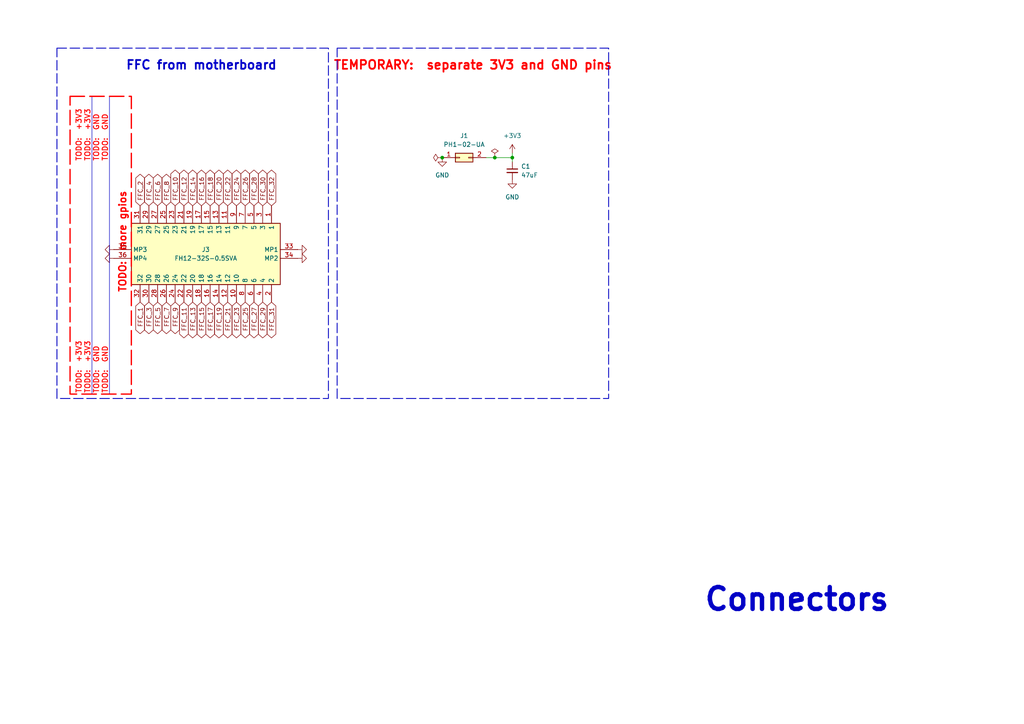
<source format=kicad_sch>
(kicad_sch (version 20231120) (generator "eeschema") (generator_version "8.0")
  (paper "A4")
  (lib_symbols
    (symbol "Connector_Generic:Conn_02x01" (pin_names (offset 1.016) hide)
      (property "Reference" "J" (at 1.27 2.54 0))
      (property "Value" "Conn_02x01" (at 1.27 -2.54 0))
      (symbol "Conn_02x01_1_1"
        (rectangle (start -1.27 0.127) (end 0 -0.127) (stroke (width 0.1524)))
        (rectangle (start -1.27 1.27) (end 3.81 -1.27) (stroke (width 0.254)) (fill (type background)))
        (rectangle (start 3.81 0.127) (end 2.54 -0.127) (stroke (width 0.1524)))
        (pin passive line (at -5.08 0 0) (length 3.81) (name "Pin_1") (number "1"))
        (pin passive line (at 7.62 0 180) (length 3.81) (name "Pin_2") (number "2"))
      )
    )
    (symbol "Device:C_Small" (pin_numbers hide) (pin_names (offset 0.254) hide)
      (property "Reference" "C" (at 0.254 1.778 0))
      (property "Value" "C_Small" (at 0.254 -2.032 0))
      (symbol "C_Small_0_1"
        (polyline (pts (xy -1.524 -0.508) (xy 1.524 -0.508)) (stroke (width 0.3302)))
        (polyline (pts (xy -1.524 0.508) (xy 1.524 0.508)) (stroke (width 0.3048)))
      )
      (symbol "C_Small_1_1"
        (pin passive line (at 0 2.54 270) (length 2.032) (name "~") (number "1"))
        (pin passive line (at 0 -2.54 90) (length 2.032) (name "~") (number "2"))
      )
    )
    (symbol "FH12-32S-0.5SVA:FH12-32S-0.5SVA_54_"
      (property "Reference" "J" (at 49.53 12.7 0))
      (property "Value" "FH12-32S-0.5SVA" (at 49.53 10.16 0))
      (symbol "FH12-32S-0.5SVA_54__1_1"
        (rectangle (start 5.08 7.62) (end 48.26 -10.16) (stroke (width 0.254)) (fill (type background)))
        (pin passive line (at 45.72 12.7 270) (length 5.08) (name "1") (number "1"))
        (pin passive line (at 35.56 -15.24 90) (length 5.08) (name "10") (number "10"))
        (pin passive line (at 33.02 12.7 270) (length 5.08) (name "11") (number "11"))
        (pin passive line (at 33.02 -15.24 90) (length 5.08) (name "12") (number "12"))
        (pin passive line (at 30.48 12.7 270) (length 5.08) (name "13") (number "13"))
        (pin passive line (at 30.48 -15.24 90) (length 5.08) (name "14") (number "14"))
        (pin passive line (at 27.94 12.7 270) (length 5.08) (name "15") (number "15"))
        (pin passive line (at 27.94 -15.24 90) (length 5.08) (name "16") (number "16"))
        (pin passive line (at 25.4 12.7 270) (length 5.08) (name "17") (number "17"))
        (pin passive line (at 25.4 -15.24 90) (length 5.08) (name "18") (number "18"))
        (pin passive line (at 22.86 12.7 270) (length 5.08) (name "19") (number "19"))
        (pin passive line (at 45.72 -15.24 90) (length 5.08) (name "2") (number "2"))
        (pin passive line (at 22.86 -15.24 90) (length 5.08) (name "20") (number "20"))
        (pin passive line (at 20.32 12.7 270) (length 5.08) (name "21") (number "21"))
        (pin passive line (at 20.32 -15.24 90) (length 5.08) (name "22") (number "22"))
        (pin passive line (at 17.78 12.7 270) (length 5.08) (name "23") (number "23"))
        (pin passive line (at 17.78 -15.24 90) (length 5.08) (name "24") (number "24"))
        (pin passive line (at 15.24 12.7 270) (length 5.08) (name "25") (number "25"))
        (pin passive line (at 15.24 -15.24 90) (length 5.08) (name "26") (number "26"))
        (pin passive line (at 12.7 12.7 270) (length 5.08) (name "27") (number "27"))
        (pin passive line (at 12.7 -15.24 90) (length 5.08) (name "28") (number "28"))
        (pin passive line (at 10.16 12.7 270) (length 5.08) (name "29") (number "29"))
        (pin passive line (at 43.18 12.7 270) (length 5.08) (name "3") (number "3"))
        (pin passive line (at 10.16 -15.24 90) (length 5.08) (name "30") (number "30"))
        (pin passive line (at 7.62 12.7 270) (length 5.08) (name "31") (number "31"))
        (pin passive line (at 7.62 -15.24 90) (length 5.08) (name "32") (number "32"))
        (pin passive line (at 53.34 0 180) (length 5.08) (name "MP1") (number "33"))
        (pin passive line (at 53.34 -2.54 180) (length 5.08) (name "MP2") (number "34"))
        (pin passive line (at 0 0 0) (length 5.08) (name "MP3") (number "35"))
        (pin passive line (at 0 -2.54 0) (length 5.08) (name "MP4") (number "36"))
        (pin passive line (at 43.18 -15.24 90) (length 5.08) (name "4") (number "4"))
        (pin passive line (at 40.64 12.7 270) (length 5.08) (name "5") (number "5"))
        (pin passive line (at 40.64 -15.24 90) (length 5.08) (name "6") (number "6"))
        (pin passive line (at 38.1 12.7 270) (length 5.08) (name "7") (number "7"))
        (pin passive line (at 38.1 -15.24 90) (length 5.08) (name "8") (number "8"))
        (pin passive line (at 35.56 12.7 270) (length 5.08) (name "9") (number "9"))
      )
    )
    (symbol "PCM_4ms_Power-symbol:PWR_FLAG" (power) (pin_numbers hide) (pin_names (offset 0) hide)
      (property "Value" "PWR_FLAG" (at 0 3.81 0))
      (symbol "PWR_FLAG_0_0"
        (pin power_out line (at 0 0 90) (length 0) (name "pwr") (number "1"))
      )
      (symbol "PWR_FLAG_0_1"
        (polyline (pts (xy 0 0) (xy 0 1.27) (xy -1.016 1.905) (xy 0 2.54) (xy 1.016 1.905) (xy 0 1.27)))
      )
    )
    (symbol "power:+3V3" (power) (pin_numbers hide) (pin_names (offset 0) hide)
      (property "Value" "+3V3" (at 0 3.556 0))
      (symbol "+3V3_0_1"
        (polyline (pts (xy -0.762 1.27) (xy 0 2.54)))
        (polyline (pts (xy 0 0) (xy 0 2.54)))
        (polyline (pts (xy 0 2.54) (xy 0.762 1.27)))
      )
      (symbol "+3V3_1_1"
        (pin power_in line (at 0 0 90) (length 0) (name "~") (number "1"))
      )
    )
    (symbol "power:GND" (power) (pin_numbers hide) (pin_names (offset 0) hide)
      (property "Value" "GND" (at 0 -3.81 0))
      (symbol "GND_0_1"
        (polyline (pts (xy 0 0) (xy 0 -1.27) (xy 1.27 -1.27) (xy 0 -2.54) (xy -1.27 -1.27) (xy 0 -1.27)))
      )
      (symbol "GND_1_1"
        (pin power_in line (at 0 0 270) (length 0) (name "~") (number "1"))
      )
    )
  )
  (junction (at 143.51 45.72))
  (junction (at 148.59 45.72))
  (junction (at 128.27 45.72))
  (polyline (pts (xy 26.67 27.94) (xy 26.67 114.3)))
  (wire (pts (xy 148.59 46.99) (xy 148.59 45.72)))
  (wire (pts (xy 143.51 45.72) (xy 148.59 45.72)))
  (polyline (pts (xy 31.75 27.94) (xy 31.75 114.3)))
  (wire (pts (xy 148.59 44.45) (xy 148.59 45.72)))
  (wire (pts (xy 140.97 45.72) (xy 143.51 45.72)))
  (rectangle (start 16.51 13.97) (end 95.25 115.57) (stroke (width 0.254) (type dash)))
  (rectangle (start 97.79 13.97) (end 176.53 115.57) (stroke (width 0.254) (type dash)))
  (rectangle (start 20.32 27.94) (end 38.1 114.3) (stroke (width 0.381) (type dash) (color 255 0 0 1)))
  (text "FFC from motherboard" (at 58.42 19.05 0) (effects (font (size 2.54 2.54) (thickness 0.508) (bold yes))))
  (text "TODO:  GND" (at 27.94 114.3 90) (effects (font (size 1.524 1.524) (thickness 0.254) (bold yes)) (justify left)))
  (text "TODO:  +3V3" (at 22.86 114.3 90) (effects (font (size 1.524 1.524) (thickness 0.254) (bold yes)) (justify left)))
  (text "TODO:  +3V3" (at 22.86 46.99 90) (effects (font (size 1.524 1.524) (thickness 0.254) (bold yes)) (justify left)))
  (text "TODO:  +3V3" (at 25.4 46.99 90) (effects (font (size 1.524 1.524) (thickness 0.254) (bold yes)) (justify left)))
  (text "TEMPORARY:  separate 3V3 and GND pins" (at 137.16 19.05 0) (effects (font (size 2.54 2.54) (thickness 0.508) (bold yes))))
  (text "TODO:  GND" (at 30.48 46.99 90) (effects (font (size 1.524 1.524) (thickness 0.254) (bold yes)) (justify left)))
  (text "TODO:  GND" (at 27.94 46.99 90) (effects (font (size 1.524 1.524) (thickness 0.254) (bold yes)) (justify left)))
  (text "TODO:  GND" (at 30.48 114.3 90) (effects (font (size 1.524 1.524) (thickness 0.254) (bold yes)) (justify left)))
  (text "TODO:  +3V3" (at 25.4 114.3 90) (effects (font (size 1.524 1.524) (thickness 0.254) (bold yes)) (justify left)))
  (text "TODO:  more gpios" (at 35.56 85.09 90) (effects (font (size 2.032 2.032) (thickness 0.4064) (bold yes)) (justify left)))
  (text "Connectors" (at 231.14 173.99 0) (effects (font (size 6.35 6.35) (bold yes))))
  (global_label "FFC_6" (shape bidirectional) (at 45.72 59.69 90) (property "Intersheetrefs" "${INTERSHEET_REFS}" (effects (hide yes))))
  (global_label "FFC_8" (shape bidirectional) (at 48.26 59.69 90) (property "Intersheetrefs" "${INTERSHEET_REFS}" (effects (hide yes))))
  (global_label "FFC_23" (shape bidirectional) (at 68.58 87.63 270) (property "Intersheetrefs" "${INTERSHEET_REFS}" (effects (hide yes))))
  (global_label "FFC_1" (shape bidirectional) (at 40.64 87.63 270) (property "Intersheetrefs" "${INTERSHEET_REFS}" (effects (hide yes))))
  (global_label "FFC_9" (shape bidirectional) (at 50.8 87.63 270) (property "Intersheetrefs" "${INTERSHEET_REFS}" (effects (hide yes))))
  (global_label "FFC_32" (shape bidirectional) (at 78.74 59.69 90) (property "Intersheetrefs" "${INTERSHEET_REFS}" (effects (hide yes))))
  (global_label "FFC_13" (shape bidirectional) (at 55.88 87.63 270) (property "Intersheetrefs" "${INTERSHEET_REFS}" (effects (hide yes))))
  (global_label "FFC_14" (shape bidirectional) (at 55.88 59.69 90) (property "Intersheetrefs" "${INTERSHEET_REFS}" (effects (hide yes))))
  (global_label "FFC_30" (shape bidirectional) (at 76.2 59.69 90) (property "Intersheetrefs" "${INTERSHEET_REFS}" (effects (hide yes))))
  (global_label "FFC_22" (shape bidirectional) (at 66.04 59.69 90) (property "Intersheetrefs" "${INTERSHEET_REFS}" (effects (hide yes))))
  (global_label "FFC_3" (shape bidirectional) (at 43.18 87.63 270) (property "Intersheetrefs" "${INTERSHEET_REFS}" (effects (hide yes))))
  (global_label "FFC_24" (shape bidirectional) (at 68.58 59.69 90) (property "Intersheetrefs" "${INTERSHEET_REFS}" (effects (hide yes))))
  (global_label "FFC_21" (shape bidirectional) (at 66.04 87.63 270) (property "Intersheetrefs" "${INTERSHEET_REFS}" (effects (hide yes))))
  (global_label "FFC_20" (shape bidirectional) (at 63.5 59.69 90) (property "Intersheetrefs" "${INTERSHEET_REFS}" (effects (hide yes))))
  (global_label "FFC_2" (shape bidirectional) (at 40.64 59.69 90) (property "Intersheetrefs" "${INTERSHEET_REFS}" (effects (hide yes))))
  (global_label "FFC_18" (shape bidirectional) (at 60.96 59.69 90) (property "Intersheetrefs" "${INTERSHEET_REFS}" (effects (hide yes))))
  (global_label "FFC_28" (shape bidirectional) (at 73.66 59.69 90) (property "Intersheetrefs" "${INTERSHEET_REFS}" (effects (hide yes))))
  (global_label "FFC_27" (shape bidirectional) (at 73.66 87.63 270) (property "Intersheetrefs" "${INTERSHEET_REFS}" (effects (hide yes))))
  (global_label "FFC_16" (shape bidirectional) (at 58.42 59.69 90) (property "Intersheetrefs" "${INTERSHEET_REFS}" (effects (hide yes))))
  (global_label "FFC_29" (shape bidirectional) (at 76.2 87.63 270) (property "Intersheetrefs" "${INTERSHEET_REFS}" (effects (hide yes))))
  (global_label "FFC_7" (shape bidirectional) (at 48.26 87.63 270) (property "Intersheetrefs" "${INTERSHEET_REFS}" (effects (hide yes))))
  (global_label "FFC_10" (shape bidirectional) (at 50.8 59.69 90) (property "Intersheetrefs" "${INTERSHEET_REFS}" (effects (hide yes))))
  (global_label "FFC_15" (shape bidirectional) (at 58.42 87.63 270) (property "Intersheetrefs" "${INTERSHEET_REFS}" (effects (hide yes))))
  (global_label "FFC_26" (shape bidirectional) (at 71.12 59.69 90) (property "Intersheetrefs" "${INTERSHEET_REFS}" (effects (hide yes))))
  (global_label "FFC_11" (shape bidirectional) (at 53.34 87.63 270) (property "Intersheetrefs" "${INTERSHEET_REFS}" (effects (hide yes))))
  (global_label "FFC_5" (shape bidirectional) (at 45.72 87.63 270) (property "Intersheetrefs" "${INTERSHEET_REFS}" (effects (hide yes))))
  (global_label "FFC_17" (shape bidirectional) (at 60.96 87.63 270) (property "Intersheetrefs" "${INTERSHEET_REFS}" (effects (hide yes))))
  (global_label "FFC_19" (shape bidirectional) (at 63.5 87.63 270) (property "Intersheetrefs" "${INTERSHEET_REFS}" (effects (hide yes))))
  (global_label "FFC_12" (shape bidirectional) (at 53.34 59.69 90) (property "Intersheetrefs" "${INTERSHEET_REFS}" (effects (hide yes))))
  (global_label "FFC_4" (shape bidirectional) (at 43.18 59.69 90) (property "Intersheetrefs" "${INTERSHEET_REFS}" (effects (hide yes))))
  (global_label "FFC_25" (shape bidirectional) (at 71.12 87.63 270) (property "Intersheetrefs" "${INTERSHEET_REFS}" (effects (hide yes))))
  (global_label "FFC_31" (shape bidirectional) (at 78.74 87.63 270) (property "Intersheetrefs" "${INTERSHEET_REFS}" (effects (hide yes))))
  (symbol (lib_id "power:GND") (at 33.02 74.93 270) (unit 1)
    (property "Reference" "#PWR0127" (effects (hide yes)))
    (property "Value" "GND" (effects (hide yes)))
    (property "Description" "Power symbol creates a global label with name \"GND\" , ground" (effects (hide yes)))
  )
  (symbol (lib_id "power:GND") (at 86.36 72.39 90) (unit 1)
    (property "Reference" "#PWR0128" (effects (hide yes)))
    (property "Value" "GND" (effects (hide yes)))
    (property "Description" "Power symbol creates a global label with name \"GND\" , ground" (effects (hide yes)))
  )
  (symbol (lib_id "power:GND") (at 33.02 72.39 270) (unit 1)
    (property "Reference" "#PWR0126" (effects (hide yes)))
    (property "Value" "GND" (effects (hide yes)))
    (property "Description" "Power symbol creates a global label with name \"GND\" , ground" (effects (hide yes)))
  )
  (symbol (lib_id "PCM_4ms_Power-symbol:PWR_FLAG") (at 128.27 45.72 90) (unit 1)
    (property "Reference" "#FLG02" (effects (hide yes)))
    (property "Value" "PWR_FLAG" (effects (hide yes)))
  )
  (symbol (lib_id "power:+3V3") (at 148.59 44.45 0) (unit 1)
    (property "Reference" "#PWR03" (effects (hide yes)))
    (property "Value" "+3V3" (at 148.59 39.37 0))
    (property "Description" "Power symbol creates a global label with name \"+3V3\"" (effects (hide yes)))
  )
  (symbol (lib_id "Connector_Generic:Conn_02x01") (at 133.35 45.72 0) (unit 1)
    (property "Reference" "J1" (at 134.62 39.37 0))
    (property "Value" "PH1-02-UA" (at 134.62 41.91 0))
    (property "Footprint" "Connector_PinHeader_2.54mm:PinHeader_2x01_P2.54mm_Vertical" (effects (hide yes)))
    (property "Datasheet" "https://app.adam-tech.com/products/download/data_sheet/201605/ph1-xx-ua-data-sheet.pdf" (effects (hide yes)))
    (property "Description" "Generic connector, double row, 02x01, this symbol is compatible with counter-clockwise, top-bottom and odd-even numbering schemes., script generated (kicad-library-utils/schlib/autogen/connector/)" (effects (hide yes)))
    (property "Digikey" "https://www.digikey.com/en/products/detail/adam-tech/PH1-02-UA/9830266" (effects (hide yes)))
    (property "Mfgr" "Adam Tech" (effects (hide yes)))
    (property "MPN" "PH1-02-UA" (effects (hide yes)))
  )
  (symbol (lib_id "PCM_4ms_Power-symbol:PWR_FLAG") (at 143.51 45.72 0) (unit 1)
    (property "Reference" "#FLG01" (effects (hide yes)))
    (property "Value" "PWR_FLAG" (effects (hide yes)))
  )
  (symbol (lib_id "power:GND") (at 148.59 52.07 0) (unit 1)
    (property "Reference" "#PWR02" (effects (hide yes)))
    (property "Value" "GND" (at 148.59 57.15 0))
    (property "Description" "Power symbol creates a global label with name \"GND\" , ground" (effects (hide yes)))
  )
  (symbol (lib_id "FH12-32S-0.5SVA:FH12-32S-0.5SVA_54_") (at 33.02 72.39 0) (unit 1)
    (property "Reference" "J3" (at 59.69 72.39 0))
    (property "Value" "FH12-32S-0.5SVA" (at 59.69 74.93 0))
    (property "Footprint" "FH12-32S-0.5SVA:FH1232S05SVA54" (effects (hide yes)))
    (property "Datasheet" "https://www.hirose.com/product/document?clcode=&productname=&series=FH12&documenttype=Catalog&lang=en&documentid=D31648_en" (effects (hide yes)))
    (property "Description" "HIROSE(HRS) - FH12-32S-0.5SVA(54) - FFC / FPC Board Connector, ZIF, Flip Lock, 0.5 mm, 32 Contacts, Receptacle, FH12 Series" (effects (hide yes)))
    (property "Height" "5.7" (effects (hide yes)))
    (property "Mouser Part Number" "798-FH1232S0.5SVA54" (effects (hide yes)))
    (property "Mouser Price/Stock" "https://www.mouser.co.uk/ProductDetail/Hirose-Connector/FH12-32S-0.5SVA54?qs=Gufeu08L%2Fl3YNQagYWgXrg%3D%3D" (effects (hide yes)))
    (property "Mfgr" "Hirose" (effects (hide yes)))
    (property "MPN" "FH12-32S-0.5SVA(54)" (effects (hide yes)))
    (property "Digikey" "https://www.digikey.com/en/products/detail/hirose-electric-co-ltd/FH12-32S-0-5SVA-54/4283323" (effects (hide yes)))
    (property "Mfgr2" "Molex" (effects (hide yes)))
    (property "MPN2" "0982660346" (effects (hide yes)))
    (property "Digikey2" "https://www.digikey.com/en/products/detail/molex/0982660346/3469471" (effects (hide yes)))
    (property "Datasheet2" "https://tools.molex.com/pdm_docs/sd/982660435_sd.pdf" (effects (hide yes)))
  )
  (symbol (lib_id "Device:C_Small") (at 148.59 49.53 0) (unit 1)
    (property "Reference" "C1" (at 151.13 48.2662 0) (effects (justify left)))
    (property "Value" "47uF" (at 151.13 50.8062 0) (effects (justify left)))
    (property "Footprint" "Capacitor_SMD:C_0603_1608Metric_Pad1.08x0.95mm_HandSolder" (effects (hide yes)))
    (property "Datasheet" "https://search.murata.co.jp/Ceramy/image/img/A01X/G101/ENG/GRM188R60J476ME15-01.pdf" (effects (hide yes)))
    (property "Description" "Unpolarized capacitor, small symbol" (effects (hide yes)))
    (property "Digikey" "https://www.digikey.com/en/products/detail/murata-electronics/GRM188R60J476ME15D/5877410" (effects (hide yes)))
    (property "Mfgr" "Murata" (effects (hide yes)))
    (property "MPN" "GRM188R60J476ME15D" (effects (hide yes)))
  )
  (symbol (lib_id "power:GND") (at 86.36 74.93 90) (unit 1)
    (property "Reference" "#PWR0129" (effects (hide yes)))
    (property "Value" "GND" (effects (hide yes)))
    (property "Description" "Power symbol creates a global label with name \"GND\" , ground" (effects (hide yes)))
  )
  (symbol (lib_id "power:GND") (at 128.27 45.72 0) (unit 1)
    (property "Reference" "#PWR01" (effects (hide yes)))
    (property "Value" "GND" (at 128.27 50.8 0))
    (property "Description" "Power symbol creates a global label with name \"GND\" , ground" (effects (hide yes)))
  )
)
</source>
